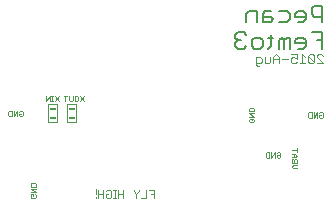
<source format=gbo>
G75*
%MOIN*%
%OFA0B0*%
%FSLAX24Y24*%
%IPPOS*%
%LPD*%
%AMOC8*
5,1,8,0,0,1.08239X$1,22.5*
%
%ADD10C,0.0050*%
%ADD11C,0.0030*%
%ADD12C,0.0020*%
%ADD13R,0.0197X0.0098*%
%ADD14R,0.0039X0.0197*%
%ADD15C,0.0039*%
D10*
X009176Y008258D02*
X009266Y008168D01*
X009446Y008168D01*
X009537Y008258D01*
X009720Y008258D02*
X009720Y008439D01*
X009810Y008529D01*
X009990Y008529D01*
X010080Y008439D01*
X010080Y008258D01*
X009990Y008168D01*
X009810Y008168D01*
X009720Y008258D01*
X009356Y008439D02*
X009266Y008439D01*
X009176Y008348D01*
X009176Y008258D01*
X009266Y008439D02*
X009176Y008529D01*
X009176Y008619D01*
X009266Y008709D01*
X009446Y008709D01*
X009537Y008619D01*
X009538Y009054D02*
X009538Y009324D01*
X009629Y009415D01*
X009899Y009415D01*
X009899Y009054D01*
X010082Y009054D02*
X010082Y009324D01*
X010172Y009415D01*
X010353Y009415D01*
X010353Y009234D02*
X010082Y009234D01*
X010082Y009054D02*
X010353Y009054D01*
X010443Y009144D01*
X010353Y009234D01*
X010626Y009054D02*
X010896Y009054D01*
X010987Y009144D01*
X010987Y009324D01*
X010896Y009415D01*
X010626Y009415D01*
X011170Y009324D02*
X011170Y009234D01*
X011530Y009234D01*
X011530Y009144D02*
X011530Y009324D01*
X011440Y009415D01*
X011260Y009415D01*
X011170Y009324D01*
X011260Y009054D02*
X011440Y009054D01*
X011530Y009144D01*
X011713Y009324D02*
X011804Y009234D01*
X012074Y009234D01*
X012074Y009054D02*
X012074Y009595D01*
X011804Y009595D01*
X011713Y009505D01*
X011713Y009324D01*
X011713Y008709D02*
X012074Y008709D01*
X012074Y008168D01*
X012074Y008439D02*
X011894Y008439D01*
X011530Y008439D02*
X011530Y008258D01*
X011440Y008168D01*
X011260Y008168D01*
X011170Y008348D02*
X011530Y008348D01*
X011530Y008439D02*
X011440Y008529D01*
X011260Y008529D01*
X011170Y008439D01*
X011170Y008348D01*
X010987Y008168D02*
X010987Y008529D01*
X010896Y008529D01*
X010806Y008439D01*
X010716Y008529D01*
X010626Y008439D01*
X010626Y008168D01*
X010806Y008168D02*
X010806Y008439D01*
X010443Y008529D02*
X010263Y008529D01*
X010353Y008619D02*
X010353Y008258D01*
X010263Y008168D01*
D11*
X010344Y007876D02*
X010344Y007733D01*
X010297Y007686D01*
X010154Y007686D01*
X010154Y007876D01*
X010054Y007828D02*
X010054Y007733D01*
X010007Y007686D01*
X009864Y007686D01*
X009864Y007638D02*
X009864Y007876D01*
X010007Y007876D01*
X010054Y007828D01*
X009959Y007591D02*
X009911Y007591D01*
X009864Y007638D01*
X010444Y007686D02*
X010444Y007876D01*
X010539Y007971D01*
X010634Y007876D01*
X010634Y007686D01*
X010634Y007828D02*
X010444Y007828D01*
X010734Y007828D02*
X010924Y007828D01*
X011024Y007828D02*
X011024Y007733D01*
X011072Y007686D01*
X011167Y007686D01*
X011214Y007733D01*
X011214Y007828D02*
X011119Y007876D01*
X011072Y007876D01*
X011024Y007828D01*
X011024Y007971D02*
X011214Y007971D01*
X011214Y007828D01*
X011314Y007686D02*
X011504Y007686D01*
X011409Y007686D02*
X011409Y007971D01*
X011504Y007876D01*
X011604Y007923D02*
X011794Y007733D01*
X011747Y007686D01*
X011652Y007686D01*
X011604Y007733D01*
X011604Y007923D01*
X011652Y007971D01*
X011747Y007971D01*
X011794Y007923D01*
X011794Y007733D01*
X011894Y007686D02*
X012084Y007686D01*
X011894Y007876D01*
X011894Y007923D01*
X011942Y007971D01*
X012037Y007971D01*
X012084Y007923D01*
D12*
X002375Y003192D02*
X002345Y003222D01*
X002345Y003281D01*
X002375Y003310D01*
X002434Y003310D01*
X002434Y003251D01*
X002493Y003192D02*
X002375Y003192D01*
X002493Y003192D02*
X002522Y003222D01*
X002522Y003281D01*
X002493Y003310D01*
X002522Y003374D02*
X002345Y003492D01*
X002522Y003492D01*
X002522Y003555D02*
X002522Y003643D01*
X002493Y003673D01*
X002375Y003673D01*
X002345Y003643D01*
X002345Y003555D01*
X002522Y003555D01*
X002522Y003374D02*
X002345Y003374D01*
X004514Y003320D02*
X004514Y003491D01*
X004597Y003448D02*
X004597Y003192D01*
X004514Y003192D02*
X004514Y003235D01*
X004597Y003320D02*
X004768Y003320D01*
X004851Y003320D02*
X004936Y003320D01*
X004851Y003320D02*
X004851Y003235D01*
X004893Y003192D01*
X004979Y003192D01*
X005021Y003235D01*
X005021Y003406D01*
X004979Y003448D01*
X004893Y003448D01*
X004851Y003406D01*
X004768Y003448D02*
X004768Y003192D01*
X005105Y003192D02*
X005190Y003192D01*
X005148Y003192D02*
X005148Y003448D01*
X005190Y003448D02*
X005105Y003448D01*
X005274Y003448D02*
X005274Y003192D01*
X005274Y003320D02*
X005444Y003320D01*
X005444Y003192D02*
X005444Y003448D01*
X005781Y003448D02*
X005781Y003406D01*
X005866Y003320D01*
X005866Y003192D01*
X005866Y003320D02*
X005952Y003406D01*
X005952Y003448D01*
X006205Y003448D02*
X006205Y003192D01*
X006035Y003192D01*
X006289Y003448D02*
X006459Y003448D01*
X006459Y003192D01*
X006459Y003320D02*
X006374Y003320D01*
X009629Y005742D02*
X009658Y005712D01*
X009776Y005712D01*
X009806Y005742D01*
X009806Y005801D01*
X009776Y005830D01*
X009717Y005830D02*
X009717Y005771D01*
X009717Y005830D02*
X009658Y005830D01*
X009629Y005801D01*
X009629Y005742D01*
X009629Y005893D02*
X009806Y005893D01*
X009629Y006011D01*
X009806Y006011D01*
X009806Y006075D02*
X009629Y006075D01*
X009629Y006163D01*
X009658Y006193D01*
X009776Y006193D01*
X009806Y006163D01*
X009806Y006075D01*
X011223Y004838D02*
X011223Y004720D01*
X011223Y004779D02*
X011046Y004779D01*
X011046Y004657D02*
X011164Y004657D01*
X011223Y004598D01*
X011164Y004539D01*
X011046Y004539D01*
X011076Y004476D02*
X011046Y004446D01*
X011046Y004358D01*
X011223Y004358D01*
X011223Y004446D01*
X011194Y004476D01*
X011164Y004476D01*
X011135Y004446D01*
X011135Y004358D01*
X011105Y004295D02*
X011223Y004295D01*
X011105Y004295D02*
X011046Y004236D01*
X011105Y004177D01*
X011223Y004177D01*
X011135Y004446D02*
X011105Y004476D01*
X011076Y004476D01*
X011135Y004539D02*
X011135Y004657D01*
X010672Y004678D02*
X010672Y004560D01*
X010642Y004531D01*
X010583Y004531D01*
X010554Y004560D01*
X010554Y004619D01*
X010613Y004619D01*
X010672Y004678D02*
X010642Y004708D01*
X010583Y004708D01*
X010554Y004678D01*
X010491Y004708D02*
X010373Y004531D01*
X010373Y004708D01*
X010309Y004708D02*
X010221Y004708D01*
X010191Y004678D01*
X010191Y004560D01*
X010221Y004531D01*
X010309Y004531D01*
X010309Y004708D01*
X010491Y004708D02*
X010491Y004531D01*
X011638Y005870D02*
X011609Y005899D01*
X011609Y006017D01*
X011638Y006047D01*
X011727Y006047D01*
X011727Y005870D01*
X011638Y005870D01*
X011790Y005870D02*
X011790Y006047D01*
X011908Y006047D02*
X011790Y005870D01*
X011908Y005870D02*
X011908Y006047D01*
X011971Y006017D02*
X012001Y006047D01*
X012060Y006047D01*
X012089Y006017D01*
X012089Y005899D01*
X012060Y005870D01*
X012001Y005870D01*
X011971Y005899D01*
X011971Y005958D01*
X012030Y005958D01*
X004113Y006421D02*
X003995Y006598D01*
X003932Y006568D02*
X003932Y006450D01*
X003903Y006421D01*
X003844Y006421D01*
X003814Y006450D01*
X003814Y006568D01*
X003844Y006598D01*
X003903Y006598D01*
X003932Y006568D01*
X003995Y006421D02*
X004113Y006598D01*
X003751Y006598D02*
X003751Y006450D01*
X003721Y006421D01*
X003662Y006421D01*
X003633Y006450D01*
X003633Y006598D01*
X003570Y006598D02*
X003452Y006598D01*
X003511Y006598D02*
X003511Y006421D01*
X003281Y006421D02*
X003163Y006598D01*
X003100Y006598D02*
X003041Y006598D01*
X003070Y006598D02*
X003070Y006421D01*
X003041Y006421D02*
X003100Y006421D01*
X003163Y006421D02*
X003281Y006598D01*
X002979Y006598D02*
X002861Y006421D01*
X002861Y006598D01*
X002979Y006598D02*
X002979Y006421D01*
X002082Y006056D02*
X002082Y005938D01*
X002052Y005909D01*
X001993Y005909D01*
X001964Y005938D01*
X001964Y005997D01*
X002023Y005997D01*
X002082Y006056D02*
X002052Y006086D01*
X001993Y006086D01*
X001964Y006056D01*
X001900Y006086D02*
X001782Y005909D01*
X001782Y006086D01*
X001719Y006086D02*
X001631Y006086D01*
X001601Y006056D01*
X001601Y005938D01*
X001631Y005909D01*
X001719Y005909D01*
X001719Y006086D01*
X001900Y006086D02*
X001900Y005909D01*
D13*
X003083Y005869D03*
X003083Y006165D03*
X003713Y006165D03*
X003713Y005869D03*
D14*
X003635Y006017D03*
X003792Y006017D03*
X003162Y006017D03*
X003005Y006017D03*
D15*
X002926Y005722D02*
X002926Y006312D01*
X003241Y006312D01*
X003241Y005722D01*
X002926Y005722D01*
X003556Y005722D02*
X003556Y006312D01*
X003871Y006312D01*
X003871Y005722D01*
X003556Y005722D01*
M02*

</source>
